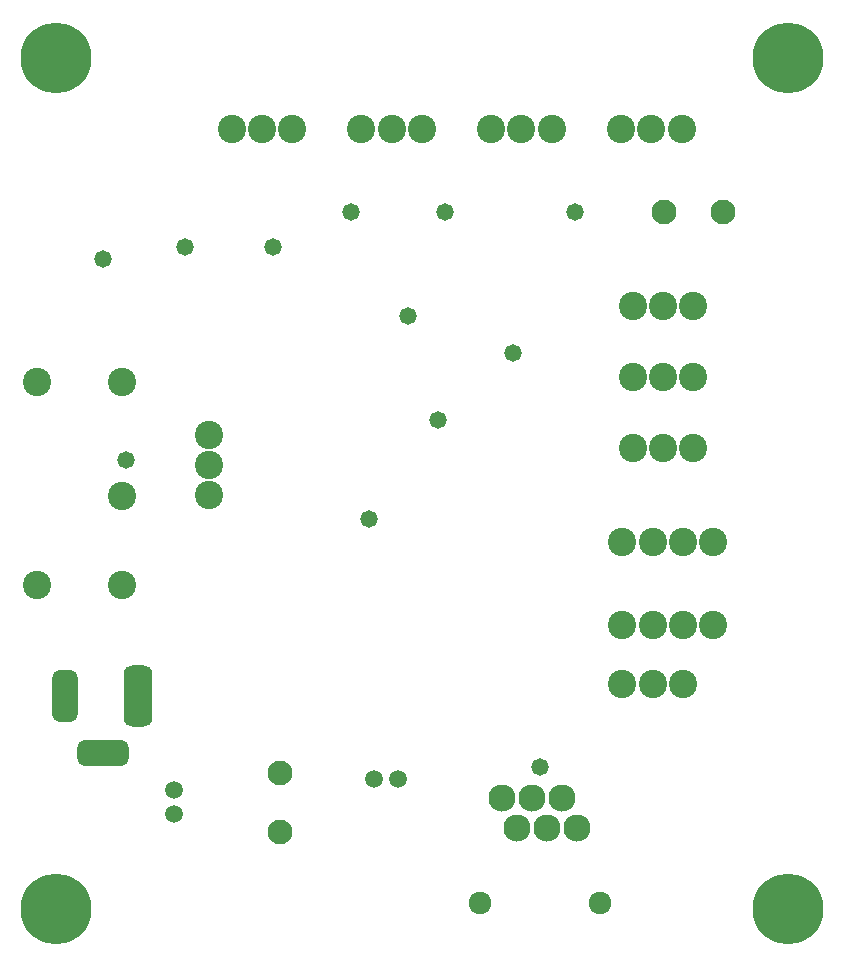
<source format=gbs>
%FSLAX44Y44*%
%MOMM*%
G71*
G01*
G75*
G04 Layer_Color=16711935*
%ADD10R,0.6000X1.0000*%
%ADD11R,1.4500X1.8000*%
%ADD12R,2.1590X2.7430*%
%ADD13R,1.5200X1.6800*%
%ADD14R,1.4000X1.0000*%
%ADD15R,0.6000X2.0000*%
%ADD16O,0.6000X2.0000*%
%ADD17R,1.0000X0.6000*%
%ADD18R,1.5000X2.0000*%
%ADD19C,0.2580*%
%ADD20C,1.0000*%
%ADD21C,0.3000*%
%ADD22R,3.8000X2.0000*%
%ADD23C,1.9000*%
%ADD24C,1.5240*%
%ADD25C,2.0000*%
G04:AMPARAMS|DCode=26|XSize=4.8mm|YSize=2mm|CornerRadius=0.5mm|HoleSize=0mm|Usage=FLASHONLY|Rotation=270.000|XOffset=0mm|YOffset=0mm|HoleType=Round|Shape=RoundedRectangle|*
%AMROUNDEDRECTD26*
21,1,4.8000,1.0000,0,0,270.0*
21,1,3.8000,2.0000,0,0,270.0*
1,1,1.0000,-0.5000,-1.9000*
1,1,1.0000,-0.5000,1.9000*
1,1,1.0000,0.5000,1.9000*
1,1,1.0000,0.5000,-1.9000*
%
%ADD26ROUNDEDRECTD26*%
G04:AMPARAMS|DCode=27|XSize=4mm|YSize=1.8mm|CornerRadius=0.45mm|HoleSize=0mm|Usage=FLASHONLY|Rotation=270.000|XOffset=0mm|YOffset=0mm|HoleType=Round|Shape=RoundedRectangle|*
%AMROUNDEDRECTD27*
21,1,4.0000,0.9000,0,0,270.0*
21,1,3.1000,1.8000,0,0,270.0*
1,1,0.9000,-0.4500,-1.5500*
1,1,0.9000,-0.4500,1.5500*
1,1,0.9000,0.4500,1.5500*
1,1,0.9000,0.4500,-1.5500*
%
%ADD27ROUNDEDRECTD27*%
G04:AMPARAMS|DCode=28|XSize=4mm|YSize=1.8mm|CornerRadius=0.45mm|HoleSize=0mm|Usage=FLASHONLY|Rotation=0.000|XOffset=0mm|YOffset=0mm|HoleType=Round|Shape=RoundedRectangle|*
%AMROUNDEDRECTD28*
21,1,4.0000,0.9000,0,0,0.0*
21,1,3.1000,1.8000,0,0,0.0*
1,1,0.9000,1.5500,-0.4500*
1,1,0.9000,-1.5500,-0.4500*
1,1,0.9000,-1.5500,0.4500*
1,1,0.9000,1.5500,0.4500*
%
%ADD28ROUNDEDRECTD28*%
%ADD29C,4.0000*%
%ADD30C,1.7000*%
%ADD31C,1.1000*%
%ADD32C,1.2700*%
%ADD33C,0.2000*%
%ADD34C,0.2540*%
%ADD35C,0.1000*%
%ADD36R,1.1000X2.0000*%
%ADD37R,2.0000X1.1000*%
%ADD38R,1.0000X0.5000*%
%ADD39R,0.5000X1.0000*%
%ADD40R,1.0000X1.4000*%
%ADD41R,1.8500X2.2000*%
%ADD42R,2.5590X3.1430*%
%ADD43R,1.9200X2.0800*%
%ADD44R,1.8000X1.4000*%
%ADD45R,1.0000X2.4000*%
%ADD46O,1.0000X2.4000*%
%ADD47R,1.4000X1.0000*%
%ADD48R,1.9000X2.4000*%
%ADD49R,4.2000X2.4000*%
%ADD50C,2.3000*%
%ADD51C,1.9240*%
%ADD52C,2.4000*%
G04:AMPARAMS|DCode=53|XSize=5.2mm|YSize=2.4mm|CornerRadius=0.7mm|HoleSize=0mm|Usage=FLASHONLY|Rotation=270.000|XOffset=0mm|YOffset=0mm|HoleType=Round|Shape=RoundedRectangle|*
%AMROUNDEDRECTD53*
21,1,5.2000,1.0000,0,0,270.0*
21,1,3.8000,2.4000,0,0,270.0*
1,1,1.4000,-0.5000,-1.9000*
1,1,1.4000,-0.5000,1.9000*
1,1,1.4000,0.5000,1.9000*
1,1,1.4000,0.5000,-1.9000*
%
%ADD53ROUNDEDRECTD53*%
G04:AMPARAMS|DCode=54|XSize=4.4mm|YSize=2.2mm|CornerRadius=0.65mm|HoleSize=0mm|Usage=FLASHONLY|Rotation=270.000|XOffset=0mm|YOffset=0mm|HoleType=Round|Shape=RoundedRectangle|*
%AMROUNDEDRECTD54*
21,1,4.4000,0.9000,0,0,270.0*
21,1,3.1000,2.2000,0,0,270.0*
1,1,1.3000,-0.4500,-1.5500*
1,1,1.3000,-0.4500,1.5500*
1,1,1.3000,0.4500,1.5500*
1,1,1.3000,0.4500,-1.5500*
%
%ADD54ROUNDEDRECTD54*%
G04:AMPARAMS|DCode=55|XSize=4.4mm|YSize=2.2mm|CornerRadius=0.65mm|HoleSize=0mm|Usage=FLASHONLY|Rotation=0.000|XOffset=0mm|YOffset=0mm|HoleType=Round|Shape=RoundedRectangle|*
%AMROUNDEDRECTD55*
21,1,4.4000,0.9000,0,0,0.0*
21,1,3.1000,2.2000,0,0,0.0*
1,1,1.3000,1.5500,-0.4500*
1,1,1.3000,-1.5500,-0.4500*
1,1,1.3000,-1.5500,0.4500*
1,1,1.3000,1.5500,0.4500*
%
%ADD55ROUNDEDRECTD55*%
%ADD56C,6.0000*%
%ADD57C,2.1000*%
%ADD58C,1.5000*%
%ADD59C,1.4732*%
D50*
X479050Y143250D02*
D03*
X453650D02*
D03*
X466350Y117850D02*
D03*
X491750D02*
D03*
X440950D02*
D03*
X428250Y143250D02*
D03*
D51*
X409200Y54350D02*
D03*
X510800D02*
D03*
D52*
X180000Y451000D02*
D03*
Y425500D02*
D03*
Y400000D02*
D03*
X199000Y710000D02*
D03*
X224500D02*
D03*
X250000D02*
D03*
X309000D02*
D03*
X334500D02*
D03*
X360000D02*
D03*
X470000D02*
D03*
X444500D02*
D03*
X419000D02*
D03*
X580000D02*
D03*
X554500D02*
D03*
X529000D02*
D03*
X106000Y324000D02*
D03*
Y496000D02*
D03*
X34000D02*
D03*
Y324000D02*
D03*
X106000Y399000D02*
D03*
X590000Y560000D02*
D03*
X564500D02*
D03*
X539000D02*
D03*
X590000Y500000D02*
D03*
X564500D02*
D03*
X539000D02*
D03*
X590000Y440000D02*
D03*
X564500D02*
D03*
X539000D02*
D03*
X581000Y360000D02*
D03*
X606500Y360000D02*
D03*
X555500Y360000D02*
D03*
X530000D02*
D03*
X581000Y290000D02*
D03*
X606500Y290000D02*
D03*
X555500Y290000D02*
D03*
X530000D02*
D03*
X555500Y240000D02*
D03*
X530000D02*
D03*
X581000D02*
D03*
D53*
X120000Y230000D02*
D03*
D54*
X58000D02*
D03*
D55*
X90000Y182000D02*
D03*
D56*
X670000Y770000D02*
D03*
Y50000D02*
D03*
X50000D02*
D03*
Y770000D02*
D03*
D57*
X565000Y640000D02*
D03*
X615000D02*
D03*
X240000Y115000D02*
D03*
Y165000D02*
D03*
D58*
X150000Y130000D02*
D03*
Y150000D02*
D03*
X340000Y160000D02*
D03*
X320000D02*
D03*
D59*
X348500Y551500D02*
D03*
X437400Y520000D02*
D03*
X234500Y610000D02*
D03*
X315000Y380000D02*
D03*
X373900Y463900D02*
D03*
X110000Y430000D02*
D03*
X90000Y600000D02*
D03*
X460000Y170000D02*
D03*
X300000Y640000D02*
D03*
X490000D02*
D03*
X380000D02*
D03*
X160000Y610000D02*
D03*
M02*

</source>
